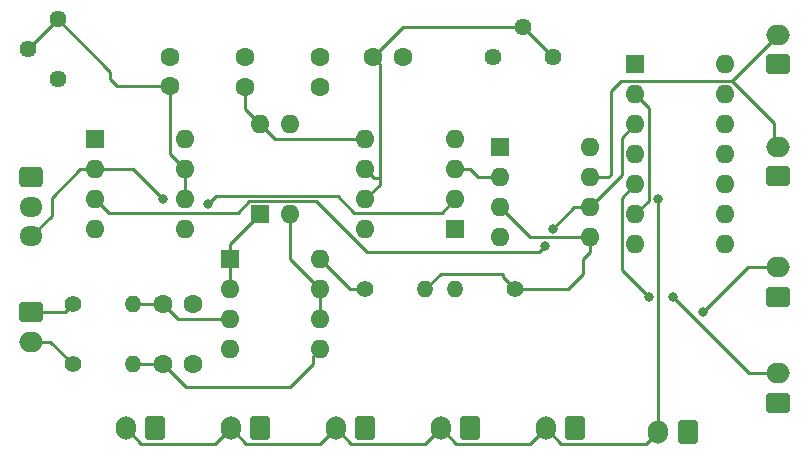
<source format=gbr>
%TF.GenerationSoftware,KiCad,Pcbnew,7.0.8-7.0.8~ubuntu22.04.1*%
%TF.CreationDate,2023-12-11T11:20:47-08:00*%
%TF.ProjectId,SimplifiedTrigger,53696d70-6c69-4666-9965-645472696767,rev?*%
%TF.SameCoordinates,Original*%
%TF.FileFunction,Copper,L1,Top*%
%TF.FilePolarity,Positive*%
%FSLAX46Y46*%
G04 Gerber Fmt 4.6, Leading zero omitted, Abs format (unit mm)*
G04 Created by KiCad (PCBNEW 7.0.8-7.0.8~ubuntu22.04.1) date 2023-12-11 11:20:47*
%MOMM*%
%LPD*%
G01*
G04 APERTURE LIST*
G04 Aperture macros list*
%AMRoundRect*
0 Rectangle with rounded corners*
0 $1 Rounding radius*
0 $2 $3 $4 $5 $6 $7 $8 $9 X,Y pos of 4 corners*
0 Add a 4 corners polygon primitive as box body*
4,1,4,$2,$3,$4,$5,$6,$7,$8,$9,$2,$3,0*
0 Add four circle primitives for the rounded corners*
1,1,$1+$1,$2,$3*
1,1,$1+$1,$4,$5*
1,1,$1+$1,$6,$7*
1,1,$1+$1,$8,$9*
0 Add four rect primitives between the rounded corners*
20,1,$1+$1,$2,$3,$4,$5,0*
20,1,$1+$1,$4,$5,$6,$7,0*
20,1,$1+$1,$6,$7,$8,$9,0*
20,1,$1+$1,$8,$9,$2,$3,0*%
G04 Aperture macros list end*
%TA.AperFunction,ComponentPad*%
%ADD10RoundRect,0.250000X-0.750000X0.600000X-0.750000X-0.600000X0.750000X-0.600000X0.750000X0.600000X0*%
%TD*%
%TA.AperFunction,ComponentPad*%
%ADD11O,2.000000X1.700000*%
%TD*%
%TA.AperFunction,ComponentPad*%
%ADD12C,1.600000*%
%TD*%
%TA.AperFunction,ComponentPad*%
%ADD13RoundRect,0.250000X0.750000X-0.600000X0.750000X0.600000X-0.750000X0.600000X-0.750000X-0.600000X0*%
%TD*%
%TA.AperFunction,ComponentPad*%
%ADD14RoundRect,0.250000X0.600000X0.750000X-0.600000X0.750000X-0.600000X-0.750000X0.600000X-0.750000X0*%
%TD*%
%TA.AperFunction,ComponentPad*%
%ADD15O,1.700000X2.000000*%
%TD*%
%TA.AperFunction,ComponentPad*%
%ADD16R,1.600000X1.600000*%
%TD*%
%TA.AperFunction,ComponentPad*%
%ADD17O,1.600000X1.600000*%
%TD*%
%TA.AperFunction,ComponentPad*%
%ADD18C,1.400000*%
%TD*%
%TA.AperFunction,ComponentPad*%
%ADD19O,1.400000X1.400000*%
%TD*%
%TA.AperFunction,ComponentPad*%
%ADD20C,1.440000*%
%TD*%
%TA.AperFunction,ComponentPad*%
%ADD21RoundRect,0.250000X-0.725000X0.600000X-0.725000X-0.600000X0.725000X-0.600000X0.725000X0.600000X0*%
%TD*%
%TA.AperFunction,ComponentPad*%
%ADD22O,1.950000X1.700000*%
%TD*%
%TA.AperFunction,ViaPad*%
%ADD23C,0.800000*%
%TD*%
%TA.AperFunction,Conductor*%
%ADD24C,0.250000*%
%TD*%
G04 APERTURE END LIST*
D10*
%TO.P,J1,1,Pin_1*%
%TO.N,Net-(J1-Pin_1)*%
X103805000Y-67965000D03*
D11*
%TO.P,J1,2,Pin_2*%
%TO.N,Net-(J1-Pin_2)*%
X103805000Y-70465000D03*
%TD*%
D12*
%TO.P,0.1uF,1*%
%TO.N,Net-(U1-CV)*%
X121920000Y-48895000D03*
%TO.P,0.1uF,2*%
%TO.N,GND*%
X121920000Y-46395000D03*
%TD*%
D13*
%TO.P,Brain1,1,Pin_1*%
%TO.N,GND*%
X167005000Y-56475000D03*
D11*
%TO.P,Brain1,2,Pin_2*%
%TO.N,Net-(J10-Pin_2)*%
X167005000Y-53975000D03*
%TD*%
D14*
%TO.P,Bhv5,1,Pin_1*%
%TO.N,GND*%
X149840000Y-77770000D03*
D15*
%TO.P,Bhv5,2,Pin_2*%
%TO.N,Net-(J3-Pin_2)*%
X147340000Y-77770000D03*
%TD*%
D16*
%TO.P,SW1,1*%
%TO.N,Net-(U2A--)*%
X123190000Y-59690000D03*
D17*
%TO.P,SW1,2*%
%TO.N,Net-(U2B--)*%
X125730000Y-59690000D03*
%TO.P,SW1,3*%
%TO.N,Net-(U3-CV)*%
X125730000Y-52070000D03*
%TO.P,SW1,4*%
%TO.N,Net-(U1-CV)*%
X123190000Y-52070000D03*
%TD*%
D18*
%TO.P,33k,1*%
%TO.N,Net-(J1-Pin_2)*%
X107315000Y-72390000D03*
D19*
%TO.P,33k,2*%
%TO.N,Net-(U2B-+)*%
X112395000Y-72390000D03*
%TD*%
D16*
%TO.P,555,1,GND*%
%TO.N,GND*%
X139690000Y-60950000D03*
D17*
%TO.P,555,2,TR*%
%TO.N,VAC*%
X139690000Y-58410000D03*
%TO.P,555,3,Q*%
%TO.N,Net-(U1-Q)*%
X139690000Y-55870000D03*
%TO.P,555,4,R*%
%TO.N,GND*%
X139690000Y-53330000D03*
%TO.P,555,5,CV*%
%TO.N,Net-(U1-CV)*%
X132070000Y-53330000D03*
%TO.P,555,6,THR*%
%TO.N,Net-(U1-DIS)*%
X132070000Y-55870000D03*
%TO.P,555,7,DIS*%
X132070000Y-58410000D03*
%TO.P,555,8,VCC*%
%TO.N,+5V*%
X132070000Y-60950000D03*
%TD*%
D18*
%TO.P,33k,1*%
%TO.N,+5V*%
X132080000Y-66040000D03*
D19*
%TO.P,33k,2*%
%TO.N,Net-(U4A-+)*%
X137160000Y-66040000D03*
%TD*%
D16*
%TO.P,LM358,1*%
%TO.N,Net-(U2A--)*%
X120650000Y-63500000D03*
D17*
%TO.P,LM358,2,-*%
X120650000Y-66040000D03*
%TO.P,LM358,3,+*%
%TO.N,Net-(U2A-+)*%
X120650000Y-68580000D03*
%TO.P,LM358,4,V-*%
%TO.N,GND*%
X120650000Y-71120000D03*
%TO.P,LM358,5,+*%
%TO.N,Net-(U2B-+)*%
X128270000Y-71120000D03*
%TO.P,LM358,6,-*%
%TO.N,Net-(U2B--)*%
X128270000Y-68580000D03*
%TO.P,LM358,7*%
X128270000Y-66040000D03*
%TO.P,LM358,8,V+*%
%TO.N,+5V*%
X128270000Y-63500000D03*
%TD*%
D12*
%TO.P,0.1uF,1*%
%TO.N,Net-(U2A-+)*%
X114955000Y-67310000D03*
%TO.P,0.1uF,2*%
%TO.N,GND*%
X117455000Y-67310000D03*
%TD*%
D18*
%TO.P,33K,1*%
%TO.N,Net-(J1-Pin_1)*%
X107315000Y-67310000D03*
D19*
%TO.P,33K,2*%
%TO.N,Net-(U2A-+)*%
X112395000Y-67310000D03*
%TD*%
D14*
%TO.P,Bhv3,1,Pin_1*%
%TO.N,GND*%
X132060000Y-77770000D03*
D15*
%TO.P,Bhv3,2,Pin_2*%
%TO.N,Net-(J3-Pin_2)*%
X129560000Y-77770000D03*
%TD*%
D20*
%TO.P,10k Pot,1,1*%
%TO.N,Net-(U3-DIS)*%
X106045000Y-43180000D03*
%TO.P,10k Pot,2,2*%
X103505000Y-45720000D03*
%TO.P,10k Pot,3,3*%
%TO.N,+5V*%
X106045000Y-48260000D03*
%TD*%
D13*
%TO.P,Strb2,1,Pin_1*%
%TO.N,GND*%
X167005000Y-66655000D03*
D11*
%TO.P,Strb2,2,Pin_2*%
%TO.N,Net-(J11-Pin_2)*%
X167005000Y-64155000D03*
%TD*%
D14*
%TO.P,Bhv6,1,Pin_1*%
%TO.N,GND*%
X159365000Y-78070000D03*
D15*
%TO.P,Bhv6,2,Pin_2*%
%TO.N,Net-(J3-Pin_2)*%
X156865000Y-78070000D03*
%TD*%
D12*
%TO.P,0.1uF,1*%
%TO.N,Net-(U3-CV)*%
X128270000Y-48875000D03*
%TO.P,0.1uF,2*%
%TO.N,GND*%
X128270000Y-46375000D03*
%TD*%
D18*
%TO.P,33k,1*%
%TO.N,Net-(U4A-+)*%
X144780000Y-66040000D03*
D19*
%TO.P,33k,2*%
%TO.N,GND*%
X139700000Y-66040000D03*
%TD*%
D14*
%TO.P,Bhv4,1,Pin_1*%
%TO.N,GND*%
X140950000Y-77770000D03*
D15*
%TO.P,Bhv4,2,Pin_2*%
%TO.N,Net-(J3-Pin_2)*%
X138450000Y-77770000D03*
%TD*%
D16*
%TO.P,LM358,1*%
%TO.N,Net-(J3-Pin_2)*%
X143520000Y-53985000D03*
D17*
%TO.P,LM358,2,-*%
%TO.N,Net-(U1-Q)*%
X143520000Y-56525000D03*
%TO.P,LM358,3,+*%
%TO.N,Net-(U4A-+)*%
X143520000Y-59065000D03*
%TO.P,LM358,4,V-*%
%TO.N,GND*%
X143520000Y-61605000D03*
%TO.P,LM358,5,+*%
%TO.N,Net-(U4A-+)*%
X151140000Y-61605000D03*
%TO.P,LM358,6,-*%
%TO.N,Net-(U3-Q)*%
X151140000Y-59065000D03*
%TO.P,LM358,7*%
%TO.N,Net-(J10-Pin_2)*%
X151140000Y-56525000D03*
%TO.P,LM358,8,V+*%
%TO.N,+5V*%
X151140000Y-53985000D03*
%TD*%
D20*
%TO.P,10k Pot,1,1*%
%TO.N,Net-(U1-DIS)*%
X147955000Y-46355000D03*
%TO.P,10k Pot,2,2*%
X145415000Y-43815000D03*
%TO.P,10k Pot,3,3*%
%TO.N,+5V*%
X142875000Y-46355000D03*
%TD*%
D12*
%TO.P,2.2uF,1*%
%TO.N,Net-(U3-DIS)*%
X115570000Y-48855000D03*
%TO.P,2.2uF,2*%
%TO.N,GND*%
X115570000Y-46355000D03*
%TD*%
D21*
%TO.P,J2,1,Pin_1*%
%TO.N,+5V*%
X103805000Y-56555000D03*
D22*
%TO.P,J2,2,Pin_2*%
%TO.N,GND*%
X103805000Y-59055000D03*
%TO.P,J2,3,Pin_3*%
%TO.N,VAC*%
X103805000Y-61555000D03*
%TD*%
D13*
%TO.P,Strb1,1,Pin_1*%
%TO.N,GND*%
X167005000Y-75652000D03*
D11*
%TO.P,Strb1,2,Pin_2*%
%TO.N,Net-(J12-Pin_2)*%
X167005000Y-73152000D03*
%TD*%
D14*
%TO.P,Bhv2,1,Pin_1*%
%TO.N,GND*%
X123170000Y-77770000D03*
D15*
%TO.P,Bhv2,2,Pin_2*%
%TO.N,Net-(J3-Pin_2)*%
X120670000Y-77770000D03*
%TD*%
D13*
%TO.P,Brain2,1,Pin_1*%
%TO.N,GND*%
X167005000Y-46990000D03*
D11*
%TO.P,Brain2,2,Pin_2*%
%TO.N,Net-(J10-Pin_2)*%
X167005000Y-44490000D03*
%TD*%
D16*
%TO.P,555,1,GND*%
%TO.N,GND*%
X109230000Y-53340000D03*
D17*
%TO.P,555,2,TR*%
%TO.N,VAC*%
X109230000Y-55880000D03*
%TO.P,555,3,Q*%
%TO.N,Net-(U3-Q)*%
X109230000Y-58420000D03*
%TO.P,555,4,R*%
%TO.N,GND*%
X109230000Y-60960000D03*
%TO.P,555,5,CV*%
%TO.N,Net-(U3-CV)*%
X116850000Y-60960000D03*
%TO.P,555,6,THR*%
%TO.N,Net-(U3-DIS)*%
X116850000Y-58420000D03*
%TO.P,555,7,DIS*%
X116850000Y-55880000D03*
%TO.P,555,8,VCC*%
%TO.N,+5V*%
X116850000Y-53340000D03*
%TD*%
D16*
%TO.P,74HC74,1,~{R}*%
%TO.N,+5V*%
X154940000Y-46990000D03*
D17*
%TO.P,74HC74,2,D*%
%TO.N,Net-(J12-Pin_2)*%
X154940000Y-49530000D03*
%TO.P,74HC74,3,C*%
%TO.N,Net-(U3-Q)*%
X154940000Y-52070000D03*
%TO.P,74HC74,4,~{S}*%
%TO.N,+5V*%
X154940000Y-54610000D03*
%TO.P,74HC74,5,Q*%
%TO.N,Net-(J11-Pin_2)*%
X154940000Y-57150000D03*
%TO.P,74HC74,6,~{Q}*%
%TO.N,Net-(J12-Pin_2)*%
X154940000Y-59690000D03*
%TO.P,74HC74,7,GND*%
%TO.N,GND*%
X154940000Y-62230000D03*
%TO.P,74HC74,8*%
%TO.N,N/C*%
X162560000Y-62230000D03*
%TO.P,74HC74,9*%
X162560000Y-59690000D03*
%TO.P,74HC74,10*%
X162560000Y-57150000D03*
%TO.P,74HC74,11*%
X162560000Y-54610000D03*
%TO.P,74HC74,12*%
X162560000Y-52070000D03*
%TO.P,74HC74,13*%
X162560000Y-49530000D03*
%TO.P,74HC74,14,VCC*%
%TO.N,+5V*%
X162560000Y-46990000D03*
%TD*%
D14*
%TO.P,Bhv1,1,Pin_1*%
%TO.N,GND*%
X114280000Y-77770000D03*
D15*
%TO.P,Bhv1,2,Pin_2*%
%TO.N,Net-(J3-Pin_2)*%
X111780000Y-77770000D03*
%TD*%
D12*
%TO.P,0.1uF,1*%
%TO.N,Net-(U2B-+)*%
X114955000Y-72390000D03*
%TO.P,0.1uF,2*%
%TO.N,GND*%
X117455000Y-72390000D03*
%TD*%
%TO.P,2.2uF,1*%
%TO.N,Net-(U1-DIS)*%
X132735000Y-46355000D03*
%TO.P,2.2uF,2*%
%TO.N,GND*%
X135235000Y-46355000D03*
%TD*%
D23*
%TO.N,VAC*%
X114935000Y-58420000D03*
X118745000Y-58820500D03*
%TO.N,Net-(J3-Pin_2)*%
X156845000Y-58420000D03*
%TO.N,Net-(J11-Pin_2)*%
X156140500Y-66675000D03*
X160655000Y-67945000D03*
%TO.N,Net-(J12-Pin_2)*%
X158115000Y-66675000D03*
%TO.N,Net-(U3-Q)*%
X147955000Y-60880500D03*
X147320000Y-62329500D03*
%TD*%
D24*
%TO.N,Net-(U1-DIS)*%
X135275000Y-43815000D02*
X145415000Y-43815000D01*
X132842000Y-56642000D02*
X133297129Y-56642000D01*
X132070000Y-55870000D02*
X132842000Y-56642000D01*
X145415000Y-43815000D02*
X147955000Y-46355000D01*
X133297129Y-57182871D02*
X132070000Y-58410000D01*
X132735000Y-46355000D02*
X135275000Y-43815000D01*
X133297129Y-46917129D02*
X133297129Y-56642000D01*
X133297129Y-56642000D02*
X133297129Y-57182871D01*
X132735000Y-46355000D02*
X133297129Y-46917129D01*
%TO.N,Net-(U2A-+)*%
X112395000Y-67310000D02*
X114955000Y-67310000D01*
X116225000Y-68580000D02*
X120650000Y-68580000D01*
X114955000Y-67310000D02*
X116225000Y-68580000D01*
%TO.N,Net-(U3-DIS)*%
X116850000Y-58420000D02*
X116850000Y-55880000D01*
X110490000Y-47625000D02*
X110490000Y-48260000D01*
X115570000Y-54600000D02*
X115570000Y-48855000D01*
X103505000Y-45720000D02*
X106045000Y-43180000D01*
X106045000Y-43180000D02*
X110490000Y-47625000D01*
X111085000Y-48855000D02*
X115570000Y-48855000D01*
X110490000Y-48260000D02*
X111085000Y-48855000D01*
X116850000Y-55880000D02*
X115570000Y-54600000D01*
%TO.N,Net-(U2B-+)*%
X125730000Y-74295000D02*
X127635000Y-72390000D01*
X127635000Y-71755000D02*
X128270000Y-71120000D01*
X116860000Y-74295000D02*
X125730000Y-74295000D01*
X127635000Y-72390000D02*
X127635000Y-71755000D01*
X114955000Y-72390000D02*
X116860000Y-74295000D01*
X112395000Y-72390000D02*
X114955000Y-72390000D01*
%TO.N,Net-(U1-CV)*%
X132070000Y-53330000D02*
X124450000Y-53330000D01*
X121920000Y-50800000D02*
X121920000Y-48895000D01*
X124450000Y-53330000D02*
X123190000Y-52070000D01*
X123190000Y-52070000D02*
X121920000Y-50800000D01*
%TO.N,Net-(J1-Pin_1)*%
X106660000Y-67965000D02*
X107315000Y-67310000D01*
X103805000Y-67965000D02*
X106660000Y-67965000D01*
%TO.N,Net-(J1-Pin_2)*%
X105390000Y-70465000D02*
X107315000Y-72390000D01*
X103805000Y-70465000D02*
X105390000Y-70465000D01*
%TO.N,+5V*%
X130810000Y-66040000D02*
X128270000Y-63500000D01*
X132080000Y-66040000D02*
X130810000Y-66040000D01*
%TO.N,VAC*%
X107950000Y-55880000D02*
X109230000Y-55880000D01*
X138565000Y-59535000D02*
X139690000Y-58410000D01*
X119450500Y-58115000D02*
X129743000Y-58115000D01*
X105525000Y-59835000D02*
X105525000Y-58305000D01*
X131163000Y-59535000D02*
X138565000Y-59535000D01*
X103805000Y-61555000D02*
X105525000Y-59835000D01*
X112395000Y-55880000D02*
X114935000Y-58420000D01*
X118745000Y-58820500D02*
X119450500Y-58115000D01*
X109230000Y-55880000D02*
X112395000Y-55880000D01*
X105525000Y-58305000D02*
X107950000Y-55880000D01*
X129743000Y-58115000D02*
X131163000Y-59535000D01*
%TO.N,Net-(J3-Pin_2)*%
X128235000Y-79095000D02*
X121995000Y-79095000D01*
X155840000Y-79095000D02*
X148665000Y-79095000D01*
X139775000Y-79095000D02*
X138450000Y-77770000D01*
X156845000Y-58420000D02*
X156865000Y-58440000D01*
X138450000Y-77770000D02*
X137125000Y-79095000D01*
X156865000Y-58440000D02*
X156865000Y-78070000D01*
X156865000Y-78070000D02*
X155840000Y-79095000D01*
X120670000Y-77770000D02*
X119345000Y-79095000D01*
X146015000Y-79095000D02*
X139775000Y-79095000D01*
X147340000Y-77770000D02*
X146015000Y-79095000D01*
X130885000Y-79095000D02*
X129560000Y-77770000D01*
X129560000Y-77770000D02*
X128235000Y-79095000D01*
X121995000Y-79095000D02*
X120670000Y-77770000D01*
X113105000Y-79095000D02*
X111780000Y-77770000D01*
X119345000Y-79095000D02*
X113105000Y-79095000D01*
X148665000Y-79095000D02*
X147340000Y-77770000D01*
X137125000Y-79095000D02*
X130885000Y-79095000D01*
%TO.N,Net-(J10-Pin_2)*%
X152850200Y-56330200D02*
X152850200Y-49270180D01*
X166705000Y-51985000D02*
X163125000Y-48405000D01*
X152655400Y-56525000D02*
X152850200Y-56330200D01*
X151140000Y-56525000D02*
X152655400Y-56525000D01*
X152850200Y-49270180D02*
X153715380Y-48405000D01*
X151334800Y-56330200D02*
X151140000Y-56525000D01*
X153715380Y-48405000D02*
X163125000Y-48405000D01*
X166705000Y-53995000D02*
X166705000Y-51985000D01*
X163125000Y-48405000D02*
X167040000Y-44490000D01*
%TO.N,Net-(J11-Pin_2)*%
X154940000Y-57150000D02*
X153815000Y-58275000D01*
X153815000Y-64349500D02*
X156140500Y-66675000D01*
X153815000Y-58275000D02*
X153815000Y-64349500D01*
X160655000Y-67945000D02*
X164445000Y-64155000D01*
X164445000Y-64155000D02*
X166670000Y-64155000D01*
%TO.N,Net-(J12-Pin_2)*%
X156065000Y-50655000D02*
X156065000Y-58565000D01*
X166370000Y-73152000D02*
X166370000Y-73660000D01*
X158115000Y-66675000D02*
X164592000Y-73152000D01*
X154940000Y-49530000D02*
X156065000Y-50655000D01*
X156065000Y-58565000D02*
X154940000Y-59690000D01*
X164592000Y-73152000D02*
X166370000Y-73152000D01*
%TO.N,Net-(U4A-+)*%
X138489056Y-64710944D02*
X143726123Y-64710944D01*
X149225000Y-66040000D02*
X144780000Y-66040000D01*
X151140000Y-62855000D02*
X150495000Y-63500000D01*
X150495000Y-64770000D02*
X149225000Y-66040000D01*
X143726123Y-64710944D02*
X143726123Y-64986123D01*
X150495000Y-63500000D02*
X150495000Y-64770000D01*
X146060000Y-61605000D02*
X143520000Y-59065000D01*
X151140000Y-61605000D02*
X151140000Y-62855000D01*
X137160000Y-66040000D02*
X138489056Y-64710944D01*
X143726123Y-64986123D02*
X144780000Y-66040000D01*
X151140000Y-61605000D02*
X146060000Y-61605000D01*
%TO.N,Net-(U2A--)*%
X120650000Y-66040000D02*
X120650000Y-63500000D01*
X120650000Y-63500000D02*
X120650000Y-62230000D01*
X120650000Y-62230000D02*
X123190000Y-59690000D01*
%TO.N,Net-(U2B--)*%
X128270000Y-66040000D02*
X125730000Y-63500000D01*
X128270000Y-68580000D02*
X128270000Y-66040000D01*
X125730000Y-63500000D02*
X125730000Y-59690000D01*
%TO.N,Net-(U1-Q)*%
X139690000Y-55870000D02*
X140960000Y-55870000D01*
X141615000Y-56525000D02*
X143520000Y-56525000D01*
X140960000Y-55870000D02*
X141615000Y-56525000D01*
%TO.N,Net-(U3-Q)*%
X151140000Y-59065000D02*
X153815000Y-56390000D01*
X132235524Y-62865000D02*
X146784500Y-62865000D01*
X146784500Y-62865000D02*
X147320000Y-62329500D01*
X127935524Y-58565000D02*
X132235524Y-62865000D01*
X147955000Y-60880500D02*
X149770500Y-59065000D01*
X110355000Y-59545000D02*
X121275380Y-59545000D01*
X153815000Y-53195000D02*
X154940000Y-52070000D01*
X109230000Y-58420000D02*
X110355000Y-59545000D01*
X153815000Y-56390000D02*
X153815000Y-53195000D01*
X121275380Y-59545000D02*
X122255380Y-58565000D01*
X122255380Y-58565000D02*
X127935524Y-58565000D01*
X149770500Y-59065000D02*
X151140000Y-59065000D01*
%TD*%
M02*

</source>
